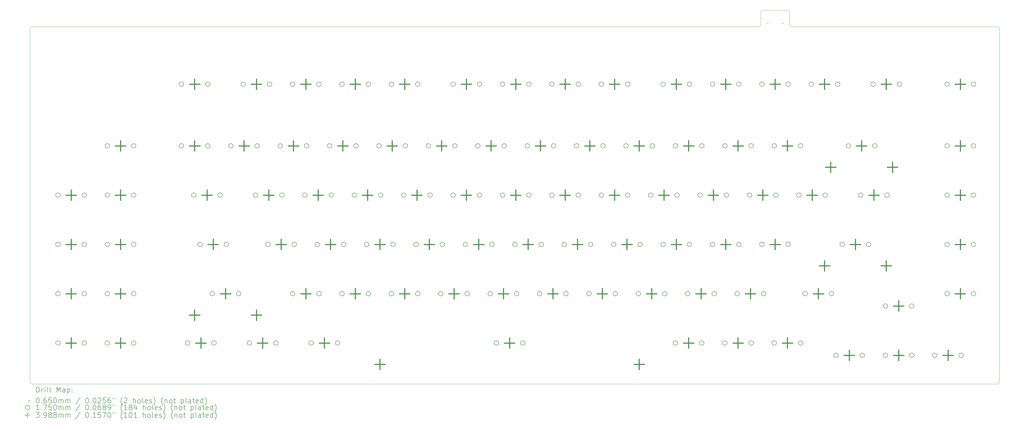
<source format=gbr>
%TF.GenerationSoftware,KiCad,Pcbnew,(6.0.11)*%
%TF.CreationDate,2023-03-01T19:49:17+07:00*%
%TF.ProjectId,QCK,51434b2e-6b69-4636-9164-5f7063625858,rev?*%
%TF.SameCoordinates,Original*%
%TF.FileFunction,Drillmap*%
%TF.FilePolarity,Positive*%
%FSLAX45Y45*%
G04 Gerber Fmt 4.5, Leading zero omitted, Abs format (unit mm)*
G04 Created by KiCad (PCBNEW (6.0.11)) date 2023-03-01 19:49:17*
%MOMM*%
%LPD*%
G01*
G04 APERTURE LIST*
%ADD10C,0.100000*%
%ADD11C,0.200000*%
%ADD12C,0.065000*%
%ADD13C,0.175000*%
%ADD14C,0.398780*%
G04 APERTURE END LIST*
D10*
X28257250Y635255D02*
G75*
G03*
X28177875Y555876I10J-79385D01*
G01*
X-250Y-13731624D02*
X-250Y-79124D01*
X-250Y-13731624D02*
G75*
G03*
X79125Y-13810999I79376J1D01*
G01*
X28098500Y245D02*
G75*
G03*
X28177875Y79626I-10J79385D01*
G01*
X37306000Y-13810995D02*
G75*
G03*
X37385375Y-13731624I10J79365D01*
G01*
X79125Y251D02*
G75*
G03*
X-250Y-79124I7J-79382D01*
G01*
X79125Y251D02*
X28098500Y251D01*
X29368500Y251D02*
X37306000Y251D01*
X28177875Y79626D02*
X28177875Y555876D01*
X37385371Y-79124D02*
G75*
G03*
X37306000Y251I-79371J4D01*
G01*
X29289125Y555876D02*
X29289125Y79626D01*
X29289121Y79626D02*
G75*
G03*
X29368500Y251I79369J-6D01*
G01*
X37305998Y-13810999D02*
X79123Y-13810999D01*
X37385375Y-79124D02*
X37385375Y-13731624D01*
X28257250Y635251D02*
X29209750Y635251D01*
X29289121Y555876D02*
G75*
G03*
X29209750Y635251I-79371J4D01*
G01*
D11*
D12*
X28412000Y169626D02*
X28477000Y104626D01*
X28477000Y169626D02*
X28412000Y104626D01*
X28990000Y169626D02*
X29055000Y104626D01*
X29055000Y169626D02*
X28990000Y104626D01*
D13*
X1166750Y-6508499D02*
G75*
G03*
X1166750Y-6508499I-87500J0D01*
G01*
X1166750Y-8413499D02*
G75*
G03*
X1166750Y-8413499I-87500J0D01*
G01*
X1166750Y-10318499D02*
G75*
G03*
X1166750Y-10318499I-87500J0D01*
G01*
X1166750Y-12223499D02*
G75*
G03*
X1166750Y-12223499I-87500J0D01*
G01*
X2182750Y-6508499D02*
G75*
G03*
X2182750Y-6508499I-87500J0D01*
G01*
X2182750Y-8413499D02*
G75*
G03*
X2182750Y-8413499I-87500J0D01*
G01*
X2182750Y-10318499D02*
G75*
G03*
X2182750Y-10318499I-87500J0D01*
G01*
X2182750Y-12223499D02*
G75*
G03*
X2182750Y-12223499I-87500J0D01*
G01*
X3071750Y-4603499D02*
G75*
G03*
X3071750Y-4603499I-87500J0D01*
G01*
X3071750Y-6508499D02*
G75*
G03*
X3071750Y-6508499I-87500J0D01*
G01*
X3071750Y-8413499D02*
G75*
G03*
X3071750Y-8413499I-87500J0D01*
G01*
X3071750Y-10318499D02*
G75*
G03*
X3071750Y-10318499I-87500J0D01*
G01*
X3071750Y-12223499D02*
G75*
G03*
X3071750Y-12223499I-87500J0D01*
G01*
X4087750Y-4603499D02*
G75*
G03*
X4087750Y-4603499I-87500J0D01*
G01*
X4087750Y-6508499D02*
G75*
G03*
X4087750Y-6508499I-87500J0D01*
G01*
X4087750Y-8413499D02*
G75*
G03*
X4087750Y-8413499I-87500J0D01*
G01*
X4087750Y-10318499D02*
G75*
G03*
X4087750Y-10318499I-87500J0D01*
G01*
X4087750Y-12223499D02*
G75*
G03*
X4087750Y-12223499I-87500J0D01*
G01*
X5929250Y-2222249D02*
G75*
G03*
X5929250Y-2222249I-87500J0D01*
G01*
X5929250Y-4603499D02*
G75*
G03*
X5929250Y-4603499I-87500J0D01*
G01*
X6167375Y-12223499D02*
G75*
G03*
X6167375Y-12223499I-87500J0D01*
G01*
X6405500Y-6508499D02*
G75*
G03*
X6405500Y-6508499I-87500J0D01*
G01*
X6643625Y-8413499D02*
G75*
G03*
X6643625Y-8413499I-87500J0D01*
G01*
X6945250Y-2222249D02*
G75*
G03*
X6945250Y-2222249I-87500J0D01*
G01*
X6945250Y-4603499D02*
G75*
G03*
X6945250Y-4603499I-87500J0D01*
G01*
X7119875Y-10318499D02*
G75*
G03*
X7119875Y-10318499I-87500J0D01*
G01*
X7183375Y-12223499D02*
G75*
G03*
X7183375Y-12223499I-87500J0D01*
G01*
X7421500Y-6508499D02*
G75*
G03*
X7421500Y-6508499I-87500J0D01*
G01*
X7659625Y-8413499D02*
G75*
G03*
X7659625Y-8413499I-87500J0D01*
G01*
X7834250Y-4603499D02*
G75*
G03*
X7834250Y-4603499I-87500J0D01*
G01*
X8135875Y-10318499D02*
G75*
G03*
X8135875Y-10318499I-87500J0D01*
G01*
X8310500Y-2222249D02*
G75*
G03*
X8310500Y-2222249I-87500J0D01*
G01*
X8548625Y-12223499D02*
G75*
G03*
X8548625Y-12223499I-87500J0D01*
G01*
X8786750Y-6508499D02*
G75*
G03*
X8786750Y-6508499I-87500J0D01*
G01*
X8850250Y-4603499D02*
G75*
G03*
X8850250Y-4603499I-87500J0D01*
G01*
X9263000Y-8413499D02*
G75*
G03*
X9263000Y-8413499I-87500J0D01*
G01*
X9326500Y-2222249D02*
G75*
G03*
X9326500Y-2222249I-87500J0D01*
G01*
X9564625Y-12223499D02*
G75*
G03*
X9564625Y-12223499I-87500J0D01*
G01*
X9739250Y-4603499D02*
G75*
G03*
X9739250Y-4603499I-87500J0D01*
G01*
X9802750Y-6508499D02*
G75*
G03*
X9802750Y-6508499I-87500J0D01*
G01*
X10215500Y-2222249D02*
G75*
G03*
X10215500Y-2222249I-87500J0D01*
G01*
X10215500Y-10318499D02*
G75*
G03*
X10215500Y-10318499I-87500J0D01*
G01*
X10279000Y-8413499D02*
G75*
G03*
X10279000Y-8413499I-87500J0D01*
G01*
X10691750Y-6508499D02*
G75*
G03*
X10691750Y-6508499I-87500J0D01*
G01*
X10755250Y-4603499D02*
G75*
G03*
X10755250Y-4603499I-87500J0D01*
G01*
X10929875Y-12223499D02*
G75*
G03*
X10929875Y-12223499I-87500J0D01*
G01*
X11168000Y-8413499D02*
G75*
G03*
X11168000Y-8413499I-87500J0D01*
G01*
X11231500Y-2222249D02*
G75*
G03*
X11231500Y-2222249I-87500J0D01*
G01*
X11231500Y-10318499D02*
G75*
G03*
X11231500Y-10318499I-87500J0D01*
G01*
X11644250Y-4603499D02*
G75*
G03*
X11644250Y-4603499I-87500J0D01*
G01*
X11707750Y-6508499D02*
G75*
G03*
X11707750Y-6508499I-87500J0D01*
G01*
X11945875Y-12223499D02*
G75*
G03*
X11945875Y-12223499I-87500J0D01*
G01*
X12120500Y-2222249D02*
G75*
G03*
X12120500Y-2222249I-87500J0D01*
G01*
X12120500Y-10318499D02*
G75*
G03*
X12120500Y-10318499I-87500J0D01*
G01*
X12184000Y-8413499D02*
G75*
G03*
X12184000Y-8413499I-87500J0D01*
G01*
X12596750Y-6508499D02*
G75*
G03*
X12596750Y-6508499I-87500J0D01*
G01*
X12660250Y-4603499D02*
G75*
G03*
X12660250Y-4603499I-87500J0D01*
G01*
X13073000Y-8413499D02*
G75*
G03*
X13073000Y-8413499I-87500J0D01*
G01*
X13136500Y-2222249D02*
G75*
G03*
X13136500Y-2222249I-87500J0D01*
G01*
X13136500Y-10318499D02*
G75*
G03*
X13136500Y-10318499I-87500J0D01*
G01*
X13549250Y-4603499D02*
G75*
G03*
X13549250Y-4603499I-87500J0D01*
G01*
X13612750Y-6508499D02*
G75*
G03*
X13612750Y-6508499I-87500J0D01*
G01*
X14025500Y-2222249D02*
G75*
G03*
X14025500Y-2222249I-87500J0D01*
G01*
X14025500Y-10318499D02*
G75*
G03*
X14025500Y-10318499I-87500J0D01*
G01*
X14089000Y-8413499D02*
G75*
G03*
X14089000Y-8413499I-87500J0D01*
G01*
X14501750Y-6508499D02*
G75*
G03*
X14501750Y-6508499I-87500J0D01*
G01*
X14565250Y-4603499D02*
G75*
G03*
X14565250Y-4603499I-87500J0D01*
G01*
X14978000Y-8413499D02*
G75*
G03*
X14978000Y-8413499I-87500J0D01*
G01*
X15041500Y-2222249D02*
G75*
G03*
X15041500Y-2222249I-87500J0D01*
G01*
X15041500Y-10318499D02*
G75*
G03*
X15041500Y-10318499I-87500J0D01*
G01*
X15454250Y-4603499D02*
G75*
G03*
X15454250Y-4603499I-87500J0D01*
G01*
X15517750Y-6508499D02*
G75*
G03*
X15517750Y-6508499I-87500J0D01*
G01*
X15930500Y-10318499D02*
G75*
G03*
X15930500Y-10318499I-87500J0D01*
G01*
X15994000Y-8413499D02*
G75*
G03*
X15994000Y-8413499I-87500J0D01*
G01*
X16406750Y-2222249D02*
G75*
G03*
X16406750Y-2222249I-87500J0D01*
G01*
X16406750Y-6508499D02*
G75*
G03*
X16406750Y-6508499I-87500J0D01*
G01*
X16470250Y-4603499D02*
G75*
G03*
X16470250Y-4603499I-87500J0D01*
G01*
X16883000Y-8413499D02*
G75*
G03*
X16883000Y-8413499I-87500J0D01*
G01*
X16946500Y-10318499D02*
G75*
G03*
X16946500Y-10318499I-87500J0D01*
G01*
X17359250Y-4603499D02*
G75*
G03*
X17359250Y-4603499I-87500J0D01*
G01*
X17422750Y-2222249D02*
G75*
G03*
X17422750Y-2222249I-87500J0D01*
G01*
X17422750Y-6508499D02*
G75*
G03*
X17422750Y-6508499I-87500J0D01*
G01*
X17835500Y-10318499D02*
G75*
G03*
X17835500Y-10318499I-87500J0D01*
G01*
X17899000Y-8413499D02*
G75*
G03*
X17899000Y-8413499I-87500J0D01*
G01*
X18073625Y-12223499D02*
G75*
G03*
X18073625Y-12223499I-87500J0D01*
G01*
X18311750Y-2222249D02*
G75*
G03*
X18311750Y-2222249I-87500J0D01*
G01*
X18311750Y-6508499D02*
G75*
G03*
X18311750Y-6508499I-87500J0D01*
G01*
X18375250Y-4603499D02*
G75*
G03*
X18375250Y-4603499I-87500J0D01*
G01*
X18788000Y-8413499D02*
G75*
G03*
X18788000Y-8413499I-87500J0D01*
G01*
X18851500Y-10318499D02*
G75*
G03*
X18851500Y-10318499I-87500J0D01*
G01*
X19089625Y-12223499D02*
G75*
G03*
X19089625Y-12223499I-87500J0D01*
G01*
X19264250Y-4603499D02*
G75*
G03*
X19264250Y-4603499I-87500J0D01*
G01*
X19327750Y-2222249D02*
G75*
G03*
X19327750Y-2222249I-87500J0D01*
G01*
X19327750Y-6508499D02*
G75*
G03*
X19327750Y-6508499I-87500J0D01*
G01*
X19740500Y-10318499D02*
G75*
G03*
X19740500Y-10318499I-87500J0D01*
G01*
X19804000Y-8413499D02*
G75*
G03*
X19804000Y-8413499I-87500J0D01*
G01*
X20216750Y-2222249D02*
G75*
G03*
X20216750Y-2222249I-87500J0D01*
G01*
X20216750Y-6508499D02*
G75*
G03*
X20216750Y-6508499I-87500J0D01*
G01*
X20280250Y-4603499D02*
G75*
G03*
X20280250Y-4603499I-87500J0D01*
G01*
X20693000Y-8413499D02*
G75*
G03*
X20693000Y-8413499I-87500J0D01*
G01*
X20756500Y-10318499D02*
G75*
G03*
X20756500Y-10318499I-87500J0D01*
G01*
X21169250Y-4603499D02*
G75*
G03*
X21169250Y-4603499I-87500J0D01*
G01*
X21232750Y-2222249D02*
G75*
G03*
X21232750Y-2222249I-87500J0D01*
G01*
X21232750Y-6508499D02*
G75*
G03*
X21232750Y-6508499I-87500J0D01*
G01*
X21645500Y-10318499D02*
G75*
G03*
X21645500Y-10318499I-87500J0D01*
G01*
X21709000Y-8413499D02*
G75*
G03*
X21709000Y-8413499I-87500J0D01*
G01*
X22121750Y-2222249D02*
G75*
G03*
X22121750Y-2222249I-87500J0D01*
G01*
X22121750Y-6508499D02*
G75*
G03*
X22121750Y-6508499I-87500J0D01*
G01*
X22185250Y-4603499D02*
G75*
G03*
X22185250Y-4603499I-87500J0D01*
G01*
X22598000Y-8413499D02*
G75*
G03*
X22598000Y-8413499I-87500J0D01*
G01*
X22661500Y-10318499D02*
G75*
G03*
X22661500Y-10318499I-87500J0D01*
G01*
X23074250Y-4603499D02*
G75*
G03*
X23074250Y-4603499I-87500J0D01*
G01*
X23137750Y-2222249D02*
G75*
G03*
X23137750Y-2222249I-87500J0D01*
G01*
X23137750Y-6508499D02*
G75*
G03*
X23137750Y-6508499I-87500J0D01*
G01*
X23550500Y-10318499D02*
G75*
G03*
X23550500Y-10318499I-87500J0D01*
G01*
X23614000Y-8413499D02*
G75*
G03*
X23614000Y-8413499I-87500J0D01*
G01*
X24026750Y-6508499D02*
G75*
G03*
X24026750Y-6508499I-87500J0D01*
G01*
X24090250Y-4603499D02*
G75*
G03*
X24090250Y-4603499I-87500J0D01*
G01*
X24503000Y-2222249D02*
G75*
G03*
X24503000Y-2222249I-87500J0D01*
G01*
X24503000Y-8413499D02*
G75*
G03*
X24503000Y-8413499I-87500J0D01*
G01*
X24566500Y-10318499D02*
G75*
G03*
X24566500Y-10318499I-87500J0D01*
G01*
X24979250Y-4603499D02*
G75*
G03*
X24979250Y-4603499I-87500J0D01*
G01*
X24979250Y-12223499D02*
G75*
G03*
X24979250Y-12223499I-87500J0D01*
G01*
X25042750Y-6508499D02*
G75*
G03*
X25042750Y-6508499I-87500J0D01*
G01*
X25455500Y-10318499D02*
G75*
G03*
X25455500Y-10318499I-87500J0D01*
G01*
X25519000Y-2222249D02*
G75*
G03*
X25519000Y-2222249I-87500J0D01*
G01*
X25519000Y-8413499D02*
G75*
G03*
X25519000Y-8413499I-87500J0D01*
G01*
X25931750Y-6508499D02*
G75*
G03*
X25931750Y-6508499I-87500J0D01*
G01*
X25995250Y-4603499D02*
G75*
G03*
X25995250Y-4603499I-87500J0D01*
G01*
X25995250Y-12223499D02*
G75*
G03*
X25995250Y-12223499I-87500J0D01*
G01*
X26408000Y-2222249D02*
G75*
G03*
X26408000Y-2222249I-87500J0D01*
G01*
X26408000Y-8413499D02*
G75*
G03*
X26408000Y-8413499I-87500J0D01*
G01*
X26471500Y-10318499D02*
G75*
G03*
X26471500Y-10318499I-87500J0D01*
G01*
X26884250Y-4603499D02*
G75*
G03*
X26884250Y-4603499I-87500J0D01*
G01*
X26884250Y-12223499D02*
G75*
G03*
X26884250Y-12223499I-87500J0D01*
G01*
X26947750Y-6508499D02*
G75*
G03*
X26947750Y-6508499I-87500J0D01*
G01*
X27360500Y-10318499D02*
G75*
G03*
X27360500Y-10318499I-87500J0D01*
G01*
X27424000Y-2222249D02*
G75*
G03*
X27424000Y-2222249I-87500J0D01*
G01*
X27424000Y-8413499D02*
G75*
G03*
X27424000Y-8413499I-87500J0D01*
G01*
X27836750Y-6508499D02*
G75*
G03*
X27836750Y-6508499I-87500J0D01*
G01*
X27900250Y-4603499D02*
G75*
G03*
X27900250Y-4603499I-87500J0D01*
G01*
X27900250Y-12223499D02*
G75*
G03*
X27900250Y-12223499I-87500J0D01*
G01*
X28313000Y-2222249D02*
G75*
G03*
X28313000Y-2222249I-87500J0D01*
G01*
X28313000Y-8413499D02*
G75*
G03*
X28313000Y-8413499I-87500J0D01*
G01*
X28376500Y-10318499D02*
G75*
G03*
X28376500Y-10318499I-87500J0D01*
G01*
X28789250Y-4603499D02*
G75*
G03*
X28789250Y-4603499I-87500J0D01*
G01*
X28789250Y-12223499D02*
G75*
G03*
X28789250Y-12223499I-87500J0D01*
G01*
X28852750Y-6508499D02*
G75*
G03*
X28852750Y-6508499I-87500J0D01*
G01*
X29329000Y-2222249D02*
G75*
G03*
X29329000Y-2222249I-87500J0D01*
G01*
X29329000Y-8413499D02*
G75*
G03*
X29329000Y-8413499I-87500J0D01*
G01*
X29741750Y-6508499D02*
G75*
G03*
X29741750Y-6508499I-87500J0D01*
G01*
X29805250Y-4603499D02*
G75*
G03*
X29805250Y-4603499I-87500J0D01*
G01*
X29805250Y-12223499D02*
G75*
G03*
X29805250Y-12223499I-87500J0D01*
G01*
X29979875Y-10318499D02*
G75*
G03*
X29979875Y-10318499I-87500J0D01*
G01*
X30218000Y-2222249D02*
G75*
G03*
X30218000Y-2222249I-87500J0D01*
G01*
X30757750Y-6508499D02*
G75*
G03*
X30757750Y-6508499I-87500J0D01*
G01*
X30995875Y-10318499D02*
G75*
G03*
X30995875Y-10318499I-87500J0D01*
G01*
X31170500Y-12699749D02*
G75*
G03*
X31170500Y-12699749I-87500J0D01*
G01*
X31234000Y-2222249D02*
G75*
G03*
X31234000Y-2222249I-87500J0D01*
G01*
X31408625Y-8413499D02*
G75*
G03*
X31408625Y-8413499I-87500J0D01*
G01*
X31646750Y-4603499D02*
G75*
G03*
X31646750Y-4603499I-87500J0D01*
G01*
X32123000Y-6508499D02*
G75*
G03*
X32123000Y-6508499I-87500J0D01*
G01*
X32186500Y-12699749D02*
G75*
G03*
X32186500Y-12699749I-87500J0D01*
G01*
X32424625Y-8413499D02*
G75*
G03*
X32424625Y-8413499I-87500J0D01*
G01*
X32599250Y-2222249D02*
G75*
G03*
X32599250Y-2222249I-87500J0D01*
G01*
X32662750Y-4603499D02*
G75*
G03*
X32662750Y-4603499I-87500J0D01*
G01*
X33075500Y-10794749D02*
G75*
G03*
X33075500Y-10794749I-87500J0D01*
G01*
X33075500Y-12699749D02*
G75*
G03*
X33075500Y-12699749I-87500J0D01*
G01*
X33139000Y-6508499D02*
G75*
G03*
X33139000Y-6508499I-87500J0D01*
G01*
X33615250Y-2222249D02*
G75*
G03*
X33615250Y-2222249I-87500J0D01*
G01*
X34091500Y-10794749D02*
G75*
G03*
X34091500Y-10794749I-87500J0D01*
G01*
X34091500Y-12699749D02*
G75*
G03*
X34091500Y-12699749I-87500J0D01*
G01*
X34980500Y-12699749D02*
G75*
G03*
X34980500Y-12699749I-87500J0D01*
G01*
X35456750Y-2222249D02*
G75*
G03*
X35456750Y-2222249I-87500J0D01*
G01*
X35456750Y-4603499D02*
G75*
G03*
X35456750Y-4603499I-87500J0D01*
G01*
X35456750Y-6508499D02*
G75*
G03*
X35456750Y-6508499I-87500J0D01*
G01*
X35456750Y-8413499D02*
G75*
G03*
X35456750Y-8413499I-87500J0D01*
G01*
X35456750Y-10318499D02*
G75*
G03*
X35456750Y-10318499I-87500J0D01*
G01*
X35996500Y-12699749D02*
G75*
G03*
X35996500Y-12699749I-87500J0D01*
G01*
X36472750Y-2222249D02*
G75*
G03*
X36472750Y-2222249I-87500J0D01*
G01*
X36472750Y-4603499D02*
G75*
G03*
X36472750Y-4603499I-87500J0D01*
G01*
X36472750Y-6508499D02*
G75*
G03*
X36472750Y-6508499I-87500J0D01*
G01*
X36472750Y-8413499D02*
G75*
G03*
X36472750Y-8413499I-87500J0D01*
G01*
X36472750Y-10318499D02*
G75*
G03*
X36472750Y-10318499I-87500J0D01*
G01*
D14*
X1587250Y-6309109D02*
X1587250Y-6707889D01*
X1387860Y-6508499D02*
X1786640Y-6508499D01*
X1587250Y-8214109D02*
X1587250Y-8612889D01*
X1387860Y-8413499D02*
X1786640Y-8413499D01*
X1587250Y-10119109D02*
X1587250Y-10517889D01*
X1387860Y-10318499D02*
X1786640Y-10318499D01*
X1587250Y-12024109D02*
X1587250Y-12422889D01*
X1387860Y-12223499D02*
X1786640Y-12223499D01*
X3492250Y-4404109D02*
X3492250Y-4802889D01*
X3292860Y-4603499D02*
X3691640Y-4603499D01*
X3492250Y-4404109D02*
X3492250Y-4802889D01*
X3292860Y-4603499D02*
X3691640Y-4603499D01*
X3492250Y-6309109D02*
X3492250Y-6707889D01*
X3292860Y-6508499D02*
X3691640Y-6508499D01*
X3492250Y-8214109D02*
X3492250Y-8612889D01*
X3292860Y-8413499D02*
X3691640Y-8413499D01*
X3492250Y-10119109D02*
X3492250Y-10517889D01*
X3292860Y-10318499D02*
X3691640Y-10318499D01*
X3492250Y-12024109D02*
X3492250Y-12422889D01*
X3292860Y-12223499D02*
X3691640Y-12223499D01*
X6349750Y-2022859D02*
X6349750Y-2421639D01*
X6150360Y-2222249D02*
X6549140Y-2222249D01*
X6349750Y-4404109D02*
X6349750Y-4802889D01*
X6150360Y-4603499D02*
X6549140Y-4603499D01*
X6349750Y-10944609D02*
X6349750Y-11343389D01*
X6150360Y-11143999D02*
X6549140Y-11143999D01*
X6587875Y-12024109D02*
X6587875Y-12422889D01*
X6388485Y-12223499D02*
X6787265Y-12223499D01*
X6826000Y-6309109D02*
X6826000Y-6707889D01*
X6626610Y-6508499D02*
X7025390Y-6508499D01*
X7064125Y-8214109D02*
X7064125Y-8612889D01*
X6864735Y-8413499D02*
X7263515Y-8413499D01*
X7540375Y-10119109D02*
X7540375Y-10517889D01*
X7340985Y-10318499D02*
X7739765Y-10318499D01*
X8254750Y-4404109D02*
X8254750Y-4802889D01*
X8055360Y-4603499D02*
X8454140Y-4603499D01*
X8731000Y-2022859D02*
X8731000Y-2421639D01*
X8531610Y-2222249D02*
X8930390Y-2222249D01*
X8731000Y-10944609D02*
X8731000Y-11343389D01*
X8531610Y-11143999D02*
X8930390Y-11143999D01*
X8969125Y-12024109D02*
X8969125Y-12422889D01*
X8769735Y-12223499D02*
X9168515Y-12223499D01*
X9207250Y-6309109D02*
X9207250Y-6707889D01*
X9007860Y-6508499D02*
X9406640Y-6508499D01*
X9683500Y-8214109D02*
X9683500Y-8612889D01*
X9484110Y-8413499D02*
X9882890Y-8413499D01*
X10159750Y-4404109D02*
X10159750Y-4802889D01*
X9960360Y-4603499D02*
X10359140Y-4603499D01*
X10636000Y-2022859D02*
X10636000Y-2421639D01*
X10436610Y-2222249D02*
X10835390Y-2222249D01*
X10636000Y-10119109D02*
X10636000Y-10517889D01*
X10436610Y-10318499D02*
X10835390Y-10318499D01*
X11112250Y-6309109D02*
X11112250Y-6707889D01*
X10912860Y-6508499D02*
X11311640Y-6508499D01*
X11350375Y-12024109D02*
X11350375Y-12422889D01*
X11150985Y-12223499D02*
X11549765Y-12223499D01*
X11588500Y-8214109D02*
X11588500Y-8612889D01*
X11389110Y-8413499D02*
X11787890Y-8413499D01*
X12064750Y-4404109D02*
X12064750Y-4802889D01*
X11865360Y-4603499D02*
X12264140Y-4603499D01*
X12541000Y-2022859D02*
X12541000Y-2421639D01*
X12341610Y-2222249D02*
X12740390Y-2222249D01*
X12541000Y-10119109D02*
X12541000Y-10517889D01*
X12341610Y-10318499D02*
X12740390Y-10318499D01*
X13017250Y-6309109D02*
X13017250Y-6707889D01*
X12817860Y-6508499D02*
X13216640Y-6508499D01*
X13493500Y-8214109D02*
X13493500Y-8612889D01*
X13294110Y-8413499D02*
X13692890Y-8413499D01*
X13493500Y-12849609D02*
X13493500Y-13248389D01*
X13294110Y-13048999D02*
X13692890Y-13048999D01*
X13969750Y-4404109D02*
X13969750Y-4802889D01*
X13770360Y-4603499D02*
X14169140Y-4603499D01*
X14446000Y-2022859D02*
X14446000Y-2421639D01*
X14246610Y-2222249D02*
X14645390Y-2222249D01*
X14446000Y-10119109D02*
X14446000Y-10517889D01*
X14246610Y-10318499D02*
X14645390Y-10318499D01*
X14922250Y-6309109D02*
X14922250Y-6707889D01*
X14722860Y-6508499D02*
X15121640Y-6508499D01*
X15398500Y-8214109D02*
X15398500Y-8612889D01*
X15199110Y-8413499D02*
X15597890Y-8413499D01*
X15874750Y-4404109D02*
X15874750Y-4802889D01*
X15675360Y-4603499D02*
X16074140Y-4603499D01*
X16351000Y-10119109D02*
X16351000Y-10517889D01*
X16151610Y-10318499D02*
X16550390Y-10318499D01*
X16827250Y-2022859D02*
X16827250Y-2421639D01*
X16627860Y-2222249D02*
X17026640Y-2222249D01*
X16827250Y-6309109D02*
X16827250Y-6707889D01*
X16627860Y-6508499D02*
X17026640Y-6508499D01*
X17303500Y-8214109D02*
X17303500Y-8612889D01*
X17104110Y-8413499D02*
X17502890Y-8413499D01*
X17779750Y-4404109D02*
X17779750Y-4802889D01*
X17580360Y-4603499D02*
X17979140Y-4603499D01*
X18256000Y-10119109D02*
X18256000Y-10517889D01*
X18056610Y-10318499D02*
X18455390Y-10318499D01*
X18494125Y-12024109D02*
X18494125Y-12422889D01*
X18294735Y-12223499D02*
X18693515Y-12223499D01*
X18732250Y-2022859D02*
X18732250Y-2421639D01*
X18532860Y-2222249D02*
X18931640Y-2222249D01*
X18732250Y-6309109D02*
X18732250Y-6707889D01*
X18532860Y-6508499D02*
X18931640Y-6508499D01*
X19208500Y-8214109D02*
X19208500Y-8612889D01*
X19009110Y-8413499D02*
X19407890Y-8413499D01*
X19684750Y-4404109D02*
X19684750Y-4802889D01*
X19485360Y-4603499D02*
X19884140Y-4603499D01*
X20161000Y-10119109D02*
X20161000Y-10517889D01*
X19961610Y-10318499D02*
X20360390Y-10318499D01*
X20637250Y-2022859D02*
X20637250Y-2421639D01*
X20437860Y-2222249D02*
X20836640Y-2222249D01*
X20637250Y-6309109D02*
X20637250Y-6707889D01*
X20437860Y-6508499D02*
X20836640Y-6508499D01*
X21113500Y-8214109D02*
X21113500Y-8612889D01*
X20914110Y-8413499D02*
X21312890Y-8413499D01*
X21589750Y-4404109D02*
X21589750Y-4802889D01*
X21390360Y-4603499D02*
X21789140Y-4603499D01*
X22066000Y-10119109D02*
X22066000Y-10517889D01*
X21866610Y-10318499D02*
X22265390Y-10318499D01*
X22542250Y-2022859D02*
X22542250Y-2421639D01*
X22342860Y-2222249D02*
X22741640Y-2222249D01*
X22542250Y-6309109D02*
X22542250Y-6707889D01*
X22342860Y-6508499D02*
X22741640Y-6508499D01*
X23018500Y-8214109D02*
X23018500Y-8612889D01*
X22819110Y-8413499D02*
X23217890Y-8413499D01*
X23494750Y-4404109D02*
X23494750Y-4802889D01*
X23295360Y-4603499D02*
X23694140Y-4603499D01*
X23494750Y-12849609D02*
X23494750Y-13248389D01*
X23295360Y-13048999D02*
X23694140Y-13048999D01*
X23971000Y-10119109D02*
X23971000Y-10517889D01*
X23771610Y-10318499D02*
X24170390Y-10318499D01*
X24447250Y-6309109D02*
X24447250Y-6707889D01*
X24247860Y-6508499D02*
X24646640Y-6508499D01*
X24923500Y-2022859D02*
X24923500Y-2421639D01*
X24724110Y-2222249D02*
X25122890Y-2222249D01*
X24923500Y-8214109D02*
X24923500Y-8612889D01*
X24724110Y-8413499D02*
X25122890Y-8413499D01*
X25399750Y-4404109D02*
X25399750Y-4802889D01*
X25200360Y-4603499D02*
X25599140Y-4603499D01*
X25399750Y-12024109D02*
X25399750Y-12422889D01*
X25200360Y-12223499D02*
X25599140Y-12223499D01*
X25876000Y-10119109D02*
X25876000Y-10517889D01*
X25676610Y-10318499D02*
X26075390Y-10318499D01*
X26352250Y-6309109D02*
X26352250Y-6707889D01*
X26152860Y-6508499D02*
X26551640Y-6508499D01*
X26828500Y-2022859D02*
X26828500Y-2421639D01*
X26629110Y-2222249D02*
X27027890Y-2222249D01*
X26828500Y-8214109D02*
X26828500Y-8612889D01*
X26629110Y-8413499D02*
X27027890Y-8413499D01*
X27304750Y-4404109D02*
X27304750Y-4802889D01*
X27105360Y-4603499D02*
X27504140Y-4603499D01*
X27304750Y-12024109D02*
X27304750Y-12422889D01*
X27105360Y-12223499D02*
X27504140Y-12223499D01*
X27781000Y-10119109D02*
X27781000Y-10517889D01*
X27581610Y-10318499D02*
X27980390Y-10318499D01*
X28257250Y-6309109D02*
X28257250Y-6707889D01*
X28057860Y-6508499D02*
X28456640Y-6508499D01*
X28733500Y-2022859D02*
X28733500Y-2421639D01*
X28534110Y-2222249D02*
X28932890Y-2222249D01*
X28733500Y-8214109D02*
X28733500Y-8612889D01*
X28534110Y-8413499D02*
X28932890Y-8413499D01*
X29209750Y-4404109D02*
X29209750Y-4802889D01*
X29010360Y-4603499D02*
X29409140Y-4603499D01*
X29209750Y-12024109D02*
X29209750Y-12422889D01*
X29010360Y-12223499D02*
X29409140Y-12223499D01*
X30162250Y-6309109D02*
X30162250Y-6707889D01*
X29962860Y-6508499D02*
X30361640Y-6508499D01*
X30400375Y-10119109D02*
X30400375Y-10517889D01*
X30200985Y-10318499D02*
X30599765Y-10318499D01*
X30638500Y-2022859D02*
X30638500Y-2421639D01*
X30439110Y-2222249D02*
X30837890Y-2222249D01*
X30638500Y-9039609D02*
X30638500Y-9438389D01*
X30439110Y-9238999D02*
X30837890Y-9238999D01*
X30876625Y-5229609D02*
X30876625Y-5628389D01*
X30677235Y-5428999D02*
X31076015Y-5428999D01*
X31591000Y-12500359D02*
X31591000Y-12899139D01*
X31391610Y-12699749D02*
X31790390Y-12699749D01*
X31829125Y-8214109D02*
X31829125Y-8612889D01*
X31629735Y-8413499D02*
X32028515Y-8413499D01*
X32067250Y-4404109D02*
X32067250Y-4802889D01*
X31867860Y-4603499D02*
X32266640Y-4603499D01*
X32543500Y-6309109D02*
X32543500Y-6707889D01*
X32344110Y-6508499D02*
X32742890Y-6508499D01*
X33019750Y-2022859D02*
X33019750Y-2421639D01*
X32820360Y-2222249D02*
X33219140Y-2222249D01*
X33019750Y-9039609D02*
X33019750Y-9438389D01*
X32820360Y-9238999D02*
X33219140Y-9238999D01*
X33257875Y-5229609D02*
X33257875Y-5628389D01*
X33058485Y-5428999D02*
X33457265Y-5428999D01*
X33496000Y-10595359D02*
X33496000Y-10994139D01*
X33296610Y-10794749D02*
X33695390Y-10794749D01*
X33496000Y-12500359D02*
X33496000Y-12899139D01*
X33296610Y-12699749D02*
X33695390Y-12699749D01*
X35401000Y-12500359D02*
X35401000Y-12899139D01*
X35201610Y-12699749D02*
X35600390Y-12699749D01*
X35877250Y-2022859D02*
X35877250Y-2421639D01*
X35677860Y-2222249D02*
X36076640Y-2222249D01*
X35877250Y-4404109D02*
X35877250Y-4802889D01*
X35677860Y-4603499D02*
X36076640Y-4603499D01*
X35877250Y-6309109D02*
X35877250Y-6707889D01*
X35677860Y-6508499D02*
X36076640Y-6508499D01*
X35877250Y-8214109D02*
X35877250Y-8612889D01*
X35677860Y-8413499D02*
X36076640Y-8413499D01*
X35877250Y-10119109D02*
X35877250Y-10517889D01*
X35677860Y-10318499D02*
X36076640Y-10318499D01*
D11*
X252369Y-14126475D02*
X252369Y-13926475D01*
X299988Y-13926475D01*
X328560Y-13935999D01*
X347607Y-13955047D01*
X357131Y-13974094D01*
X366655Y-14012190D01*
X366655Y-14040761D01*
X357131Y-14078856D01*
X347607Y-14097904D01*
X328560Y-14116952D01*
X299988Y-14126475D01*
X252369Y-14126475D01*
X452369Y-14126475D02*
X452369Y-13993142D01*
X452369Y-14031237D02*
X461893Y-14012190D01*
X471417Y-14002666D01*
X490464Y-13993142D01*
X509512Y-13993142D01*
X576179Y-14126475D02*
X576179Y-13993142D01*
X576179Y-13926475D02*
X566655Y-13935999D01*
X576179Y-13945523D01*
X585702Y-13935999D01*
X576179Y-13926475D01*
X576179Y-13945523D01*
X699988Y-14126475D02*
X680940Y-14116952D01*
X671417Y-14097904D01*
X671417Y-13926475D01*
X804750Y-14126475D02*
X785702Y-14116952D01*
X776178Y-14097904D01*
X776178Y-13926475D01*
X1033321Y-14126475D02*
X1033321Y-13926475D01*
X1099988Y-14069333D01*
X1166655Y-13926475D01*
X1166655Y-14126475D01*
X1347607Y-14126475D02*
X1347607Y-14021713D01*
X1338083Y-14002666D01*
X1319036Y-13993142D01*
X1280940Y-13993142D01*
X1261893Y-14002666D01*
X1347607Y-14116952D02*
X1328560Y-14126475D01*
X1280940Y-14126475D01*
X1261893Y-14116952D01*
X1252369Y-14097904D01*
X1252369Y-14078856D01*
X1261893Y-14059809D01*
X1280940Y-14050285D01*
X1328560Y-14050285D01*
X1347607Y-14040761D01*
X1442845Y-13993142D02*
X1442845Y-14193142D01*
X1442845Y-14002666D02*
X1461893Y-13993142D01*
X1499988Y-13993142D01*
X1519036Y-14002666D01*
X1528559Y-14012190D01*
X1538083Y-14031237D01*
X1538083Y-14088380D01*
X1528559Y-14107428D01*
X1519036Y-14116952D01*
X1499988Y-14126475D01*
X1461893Y-14126475D01*
X1442845Y-14116952D01*
X1623798Y-14107428D02*
X1633321Y-14116952D01*
X1623798Y-14126475D01*
X1614274Y-14116952D01*
X1623798Y-14107428D01*
X1623798Y-14126475D01*
X1623798Y-14002666D02*
X1633321Y-14012190D01*
X1623798Y-14021713D01*
X1614274Y-14012190D01*
X1623798Y-14002666D01*
X1623798Y-14021713D01*
D12*
X-70250Y-14423499D02*
X-5250Y-14488499D01*
X-5250Y-14423499D02*
X-70250Y-14488499D01*
D11*
X290464Y-14346475D02*
X309512Y-14346475D01*
X328560Y-14355999D01*
X338083Y-14365523D01*
X347607Y-14384571D01*
X357131Y-14422666D01*
X357131Y-14470285D01*
X347607Y-14508380D01*
X338083Y-14527428D01*
X328560Y-14536952D01*
X309512Y-14546475D01*
X290464Y-14546475D01*
X271417Y-14536952D01*
X261893Y-14527428D01*
X252369Y-14508380D01*
X242845Y-14470285D01*
X242845Y-14422666D01*
X252369Y-14384571D01*
X261893Y-14365523D01*
X271417Y-14355999D01*
X290464Y-14346475D01*
X442845Y-14527428D02*
X452369Y-14536952D01*
X442845Y-14546475D01*
X433321Y-14536952D01*
X442845Y-14527428D01*
X442845Y-14546475D01*
X623798Y-14346475D02*
X585702Y-14346475D01*
X566655Y-14355999D01*
X557131Y-14365523D01*
X538083Y-14394094D01*
X528560Y-14432190D01*
X528560Y-14508380D01*
X538083Y-14527428D01*
X547607Y-14536952D01*
X566655Y-14546475D01*
X604750Y-14546475D01*
X623798Y-14536952D01*
X633321Y-14527428D01*
X642845Y-14508380D01*
X642845Y-14460761D01*
X633321Y-14441713D01*
X623798Y-14432190D01*
X604750Y-14422666D01*
X566655Y-14422666D01*
X547607Y-14432190D01*
X538083Y-14441713D01*
X528560Y-14460761D01*
X823798Y-14346475D02*
X728559Y-14346475D01*
X719036Y-14441713D01*
X728559Y-14432190D01*
X747607Y-14422666D01*
X795226Y-14422666D01*
X814274Y-14432190D01*
X823798Y-14441713D01*
X833321Y-14460761D01*
X833321Y-14508380D01*
X823798Y-14527428D01*
X814274Y-14536952D01*
X795226Y-14546475D01*
X747607Y-14546475D01*
X728559Y-14536952D01*
X719036Y-14527428D01*
X957131Y-14346475D02*
X976178Y-14346475D01*
X995226Y-14355999D01*
X1004750Y-14365523D01*
X1014274Y-14384571D01*
X1023798Y-14422666D01*
X1023798Y-14470285D01*
X1014274Y-14508380D01*
X1004750Y-14527428D01*
X995226Y-14536952D01*
X976178Y-14546475D01*
X957131Y-14546475D01*
X938083Y-14536952D01*
X928559Y-14527428D01*
X919036Y-14508380D01*
X909512Y-14470285D01*
X909512Y-14422666D01*
X919036Y-14384571D01*
X928559Y-14365523D01*
X938083Y-14355999D01*
X957131Y-14346475D01*
X1109512Y-14546475D02*
X1109512Y-14413142D01*
X1109512Y-14432190D02*
X1119036Y-14422666D01*
X1138083Y-14413142D01*
X1166655Y-14413142D01*
X1185702Y-14422666D01*
X1195226Y-14441713D01*
X1195226Y-14546475D01*
X1195226Y-14441713D02*
X1204750Y-14422666D01*
X1223798Y-14413142D01*
X1252369Y-14413142D01*
X1271417Y-14422666D01*
X1280940Y-14441713D01*
X1280940Y-14546475D01*
X1376179Y-14546475D02*
X1376179Y-14413142D01*
X1376179Y-14432190D02*
X1385702Y-14422666D01*
X1404750Y-14413142D01*
X1433321Y-14413142D01*
X1452369Y-14422666D01*
X1461893Y-14441713D01*
X1461893Y-14546475D01*
X1461893Y-14441713D02*
X1471417Y-14422666D01*
X1490464Y-14413142D01*
X1519036Y-14413142D01*
X1538083Y-14422666D01*
X1547607Y-14441713D01*
X1547607Y-14546475D01*
X1938083Y-14336952D02*
X1766655Y-14594094D01*
X2195226Y-14346475D02*
X2214274Y-14346475D01*
X2233321Y-14355999D01*
X2242845Y-14365523D01*
X2252369Y-14384571D01*
X2261893Y-14422666D01*
X2261893Y-14470285D01*
X2252369Y-14508380D01*
X2242845Y-14527428D01*
X2233321Y-14536952D01*
X2214274Y-14546475D01*
X2195226Y-14546475D01*
X2176179Y-14536952D01*
X2166655Y-14527428D01*
X2157131Y-14508380D01*
X2147607Y-14470285D01*
X2147607Y-14422666D01*
X2157131Y-14384571D01*
X2166655Y-14365523D01*
X2176179Y-14355999D01*
X2195226Y-14346475D01*
X2347607Y-14527428D02*
X2357131Y-14536952D01*
X2347607Y-14546475D01*
X2338083Y-14536952D01*
X2347607Y-14527428D01*
X2347607Y-14546475D01*
X2480940Y-14346475D02*
X2499988Y-14346475D01*
X2519036Y-14355999D01*
X2528560Y-14365523D01*
X2538083Y-14384571D01*
X2547607Y-14422666D01*
X2547607Y-14470285D01*
X2538083Y-14508380D01*
X2528560Y-14527428D01*
X2519036Y-14536952D01*
X2499988Y-14546475D01*
X2480940Y-14546475D01*
X2461893Y-14536952D01*
X2452369Y-14527428D01*
X2442845Y-14508380D01*
X2433321Y-14470285D01*
X2433321Y-14422666D01*
X2442845Y-14384571D01*
X2452369Y-14365523D01*
X2461893Y-14355999D01*
X2480940Y-14346475D01*
X2623798Y-14365523D02*
X2633321Y-14355999D01*
X2652369Y-14346475D01*
X2699988Y-14346475D01*
X2719036Y-14355999D01*
X2728560Y-14365523D01*
X2738083Y-14384571D01*
X2738083Y-14403618D01*
X2728560Y-14432190D01*
X2614274Y-14546475D01*
X2738083Y-14546475D01*
X2919036Y-14346475D02*
X2823798Y-14346475D01*
X2814274Y-14441713D01*
X2823798Y-14432190D01*
X2842845Y-14422666D01*
X2890464Y-14422666D01*
X2909512Y-14432190D01*
X2919036Y-14441713D01*
X2928559Y-14460761D01*
X2928559Y-14508380D01*
X2919036Y-14527428D01*
X2909512Y-14536952D01*
X2890464Y-14546475D01*
X2842845Y-14546475D01*
X2823798Y-14536952D01*
X2814274Y-14527428D01*
X3099988Y-14346475D02*
X3061893Y-14346475D01*
X3042845Y-14355999D01*
X3033321Y-14365523D01*
X3014274Y-14394094D01*
X3004750Y-14432190D01*
X3004750Y-14508380D01*
X3014274Y-14527428D01*
X3023798Y-14536952D01*
X3042845Y-14546475D01*
X3080940Y-14546475D01*
X3099988Y-14536952D01*
X3109512Y-14527428D01*
X3119036Y-14508380D01*
X3119036Y-14460761D01*
X3109512Y-14441713D01*
X3099988Y-14432190D01*
X3080940Y-14422666D01*
X3042845Y-14422666D01*
X3023798Y-14432190D01*
X3014274Y-14441713D01*
X3004750Y-14460761D01*
X3195226Y-14346475D02*
X3195226Y-14384571D01*
X3271417Y-14346475D02*
X3271417Y-14384571D01*
X3566655Y-14622666D02*
X3557131Y-14613142D01*
X3538083Y-14584571D01*
X3528559Y-14565523D01*
X3519036Y-14536952D01*
X3509512Y-14489333D01*
X3509512Y-14451237D01*
X3519036Y-14403618D01*
X3528559Y-14375047D01*
X3538083Y-14355999D01*
X3557131Y-14327428D01*
X3566655Y-14317904D01*
X3633321Y-14365523D02*
X3642845Y-14355999D01*
X3661893Y-14346475D01*
X3709512Y-14346475D01*
X3728559Y-14355999D01*
X3738083Y-14365523D01*
X3747607Y-14384571D01*
X3747607Y-14403618D01*
X3738083Y-14432190D01*
X3623798Y-14546475D01*
X3747607Y-14546475D01*
X3985702Y-14546475D02*
X3985702Y-14346475D01*
X4071417Y-14546475D02*
X4071417Y-14441713D01*
X4061893Y-14422666D01*
X4042845Y-14413142D01*
X4014274Y-14413142D01*
X3995226Y-14422666D01*
X3985702Y-14432190D01*
X4195226Y-14546475D02*
X4176178Y-14536952D01*
X4166655Y-14527428D01*
X4157131Y-14508380D01*
X4157131Y-14451237D01*
X4166655Y-14432190D01*
X4176178Y-14422666D01*
X4195226Y-14413142D01*
X4223798Y-14413142D01*
X4242845Y-14422666D01*
X4252369Y-14432190D01*
X4261893Y-14451237D01*
X4261893Y-14508380D01*
X4252369Y-14527428D01*
X4242845Y-14536952D01*
X4223798Y-14546475D01*
X4195226Y-14546475D01*
X4376179Y-14546475D02*
X4357131Y-14536952D01*
X4347607Y-14517904D01*
X4347607Y-14346475D01*
X4528560Y-14536952D02*
X4509512Y-14546475D01*
X4471417Y-14546475D01*
X4452369Y-14536952D01*
X4442845Y-14517904D01*
X4442845Y-14441713D01*
X4452369Y-14422666D01*
X4471417Y-14413142D01*
X4509512Y-14413142D01*
X4528560Y-14422666D01*
X4538083Y-14441713D01*
X4538083Y-14460761D01*
X4442845Y-14479809D01*
X4614274Y-14536952D02*
X4633321Y-14546475D01*
X4671417Y-14546475D01*
X4690464Y-14536952D01*
X4699988Y-14517904D01*
X4699988Y-14508380D01*
X4690464Y-14489333D01*
X4671417Y-14479809D01*
X4642845Y-14479809D01*
X4623798Y-14470285D01*
X4614274Y-14451237D01*
X4614274Y-14441713D01*
X4623798Y-14422666D01*
X4642845Y-14413142D01*
X4671417Y-14413142D01*
X4690464Y-14422666D01*
X4766655Y-14622666D02*
X4776179Y-14613142D01*
X4795226Y-14584571D01*
X4804750Y-14565523D01*
X4814274Y-14536952D01*
X4823798Y-14489333D01*
X4823798Y-14451237D01*
X4814274Y-14403618D01*
X4804750Y-14375047D01*
X4795226Y-14355999D01*
X4776179Y-14327428D01*
X4766655Y-14317904D01*
X5128560Y-14622666D02*
X5119036Y-14613142D01*
X5099988Y-14584571D01*
X5090464Y-14565523D01*
X5080940Y-14536952D01*
X5071417Y-14489333D01*
X5071417Y-14451237D01*
X5080940Y-14403618D01*
X5090464Y-14375047D01*
X5099988Y-14355999D01*
X5119036Y-14327428D01*
X5128560Y-14317904D01*
X5204750Y-14413142D02*
X5204750Y-14546475D01*
X5204750Y-14432190D02*
X5214274Y-14422666D01*
X5233321Y-14413142D01*
X5261893Y-14413142D01*
X5280940Y-14422666D01*
X5290464Y-14441713D01*
X5290464Y-14546475D01*
X5414274Y-14546475D02*
X5395226Y-14536952D01*
X5385702Y-14527428D01*
X5376179Y-14508380D01*
X5376179Y-14451237D01*
X5385702Y-14432190D01*
X5395226Y-14422666D01*
X5414274Y-14413142D01*
X5442845Y-14413142D01*
X5461893Y-14422666D01*
X5471417Y-14432190D01*
X5480940Y-14451237D01*
X5480940Y-14508380D01*
X5471417Y-14527428D01*
X5461893Y-14536952D01*
X5442845Y-14546475D01*
X5414274Y-14546475D01*
X5538083Y-14413142D02*
X5614274Y-14413142D01*
X5566655Y-14346475D02*
X5566655Y-14517904D01*
X5576179Y-14536952D01*
X5595226Y-14546475D01*
X5614274Y-14546475D01*
X5833321Y-14413142D02*
X5833321Y-14613142D01*
X5833321Y-14422666D02*
X5852369Y-14413142D01*
X5890464Y-14413142D01*
X5909512Y-14422666D01*
X5919036Y-14432190D01*
X5928559Y-14451237D01*
X5928559Y-14508380D01*
X5919036Y-14527428D01*
X5909512Y-14536952D01*
X5890464Y-14546475D01*
X5852369Y-14546475D01*
X5833321Y-14536952D01*
X6042845Y-14546475D02*
X6023798Y-14536952D01*
X6014274Y-14517904D01*
X6014274Y-14346475D01*
X6204750Y-14546475D02*
X6204750Y-14441713D01*
X6195226Y-14422666D01*
X6176178Y-14413142D01*
X6138083Y-14413142D01*
X6119036Y-14422666D01*
X6204750Y-14536952D02*
X6185702Y-14546475D01*
X6138083Y-14546475D01*
X6119036Y-14536952D01*
X6109512Y-14517904D01*
X6109512Y-14498856D01*
X6119036Y-14479809D01*
X6138083Y-14470285D01*
X6185702Y-14470285D01*
X6204750Y-14460761D01*
X6271417Y-14413142D02*
X6347607Y-14413142D01*
X6299988Y-14346475D02*
X6299988Y-14517904D01*
X6309512Y-14536952D01*
X6328559Y-14546475D01*
X6347607Y-14546475D01*
X6490464Y-14536952D02*
X6471417Y-14546475D01*
X6433321Y-14546475D01*
X6414274Y-14536952D01*
X6404750Y-14517904D01*
X6404750Y-14441713D01*
X6414274Y-14422666D01*
X6433321Y-14413142D01*
X6471417Y-14413142D01*
X6490464Y-14422666D01*
X6499988Y-14441713D01*
X6499988Y-14460761D01*
X6404750Y-14479809D01*
X6671417Y-14546475D02*
X6671417Y-14346475D01*
X6671417Y-14536952D02*
X6652369Y-14546475D01*
X6614274Y-14546475D01*
X6595226Y-14536952D01*
X6585702Y-14527428D01*
X6576178Y-14508380D01*
X6576178Y-14451237D01*
X6585702Y-14432190D01*
X6595226Y-14422666D01*
X6614274Y-14413142D01*
X6652369Y-14413142D01*
X6671417Y-14422666D01*
X6747607Y-14622666D02*
X6757131Y-14613142D01*
X6776178Y-14584571D01*
X6785702Y-14565523D01*
X6795226Y-14536952D01*
X6804750Y-14489333D01*
X6804750Y-14451237D01*
X6795226Y-14403618D01*
X6785702Y-14375047D01*
X6776178Y-14355999D01*
X6757131Y-14327428D01*
X6747607Y-14317904D01*
D13*
X-5250Y-14719999D02*
G75*
G03*
X-5250Y-14719999I-87500J0D01*
G01*
D11*
X357131Y-14810475D02*
X242845Y-14810475D01*
X299988Y-14810475D02*
X299988Y-14610475D01*
X280940Y-14639047D01*
X261893Y-14658094D01*
X242845Y-14667618D01*
X442845Y-14791428D02*
X452369Y-14800952D01*
X442845Y-14810475D01*
X433321Y-14800952D01*
X442845Y-14791428D01*
X442845Y-14810475D01*
X519036Y-14610475D02*
X652369Y-14610475D01*
X566655Y-14810475D01*
X823798Y-14610475D02*
X728559Y-14610475D01*
X719036Y-14705713D01*
X728559Y-14696190D01*
X747607Y-14686666D01*
X795226Y-14686666D01*
X814274Y-14696190D01*
X823798Y-14705713D01*
X833321Y-14724761D01*
X833321Y-14772380D01*
X823798Y-14791428D01*
X814274Y-14800952D01*
X795226Y-14810475D01*
X747607Y-14810475D01*
X728559Y-14800952D01*
X719036Y-14791428D01*
X957131Y-14610475D02*
X976178Y-14610475D01*
X995226Y-14619999D01*
X1004750Y-14629523D01*
X1014274Y-14648571D01*
X1023798Y-14686666D01*
X1023798Y-14734285D01*
X1014274Y-14772380D01*
X1004750Y-14791428D01*
X995226Y-14800952D01*
X976178Y-14810475D01*
X957131Y-14810475D01*
X938083Y-14800952D01*
X928559Y-14791428D01*
X919036Y-14772380D01*
X909512Y-14734285D01*
X909512Y-14686666D01*
X919036Y-14648571D01*
X928559Y-14629523D01*
X938083Y-14619999D01*
X957131Y-14610475D01*
X1109512Y-14810475D02*
X1109512Y-14677142D01*
X1109512Y-14696190D02*
X1119036Y-14686666D01*
X1138083Y-14677142D01*
X1166655Y-14677142D01*
X1185702Y-14686666D01*
X1195226Y-14705713D01*
X1195226Y-14810475D01*
X1195226Y-14705713D02*
X1204750Y-14686666D01*
X1223798Y-14677142D01*
X1252369Y-14677142D01*
X1271417Y-14686666D01*
X1280940Y-14705713D01*
X1280940Y-14810475D01*
X1376179Y-14810475D02*
X1376179Y-14677142D01*
X1376179Y-14696190D02*
X1385702Y-14686666D01*
X1404750Y-14677142D01*
X1433321Y-14677142D01*
X1452369Y-14686666D01*
X1461893Y-14705713D01*
X1461893Y-14810475D01*
X1461893Y-14705713D02*
X1471417Y-14686666D01*
X1490464Y-14677142D01*
X1519036Y-14677142D01*
X1538083Y-14686666D01*
X1547607Y-14705713D01*
X1547607Y-14810475D01*
X1938083Y-14600952D02*
X1766655Y-14858094D01*
X2195226Y-14610475D02*
X2214274Y-14610475D01*
X2233321Y-14619999D01*
X2242845Y-14629523D01*
X2252369Y-14648571D01*
X2261893Y-14686666D01*
X2261893Y-14734285D01*
X2252369Y-14772380D01*
X2242845Y-14791428D01*
X2233321Y-14800952D01*
X2214274Y-14810475D01*
X2195226Y-14810475D01*
X2176179Y-14800952D01*
X2166655Y-14791428D01*
X2157131Y-14772380D01*
X2147607Y-14734285D01*
X2147607Y-14686666D01*
X2157131Y-14648571D01*
X2166655Y-14629523D01*
X2176179Y-14619999D01*
X2195226Y-14610475D01*
X2347607Y-14791428D02*
X2357131Y-14800952D01*
X2347607Y-14810475D01*
X2338083Y-14800952D01*
X2347607Y-14791428D01*
X2347607Y-14810475D01*
X2480940Y-14610475D02*
X2499988Y-14610475D01*
X2519036Y-14619999D01*
X2528560Y-14629523D01*
X2538083Y-14648571D01*
X2547607Y-14686666D01*
X2547607Y-14734285D01*
X2538083Y-14772380D01*
X2528560Y-14791428D01*
X2519036Y-14800952D01*
X2499988Y-14810475D01*
X2480940Y-14810475D01*
X2461893Y-14800952D01*
X2452369Y-14791428D01*
X2442845Y-14772380D01*
X2433321Y-14734285D01*
X2433321Y-14686666D01*
X2442845Y-14648571D01*
X2452369Y-14629523D01*
X2461893Y-14619999D01*
X2480940Y-14610475D01*
X2719036Y-14610475D02*
X2680940Y-14610475D01*
X2661893Y-14619999D01*
X2652369Y-14629523D01*
X2633321Y-14658094D01*
X2623798Y-14696190D01*
X2623798Y-14772380D01*
X2633321Y-14791428D01*
X2642845Y-14800952D01*
X2661893Y-14810475D01*
X2699988Y-14810475D01*
X2719036Y-14800952D01*
X2728560Y-14791428D01*
X2738083Y-14772380D01*
X2738083Y-14724761D01*
X2728560Y-14705713D01*
X2719036Y-14696190D01*
X2699988Y-14686666D01*
X2661893Y-14686666D01*
X2642845Y-14696190D01*
X2633321Y-14705713D01*
X2623798Y-14724761D01*
X2852369Y-14696190D02*
X2833321Y-14686666D01*
X2823798Y-14677142D01*
X2814274Y-14658094D01*
X2814274Y-14648571D01*
X2823798Y-14629523D01*
X2833321Y-14619999D01*
X2852369Y-14610475D01*
X2890464Y-14610475D01*
X2909512Y-14619999D01*
X2919036Y-14629523D01*
X2928559Y-14648571D01*
X2928559Y-14658094D01*
X2919036Y-14677142D01*
X2909512Y-14686666D01*
X2890464Y-14696190D01*
X2852369Y-14696190D01*
X2833321Y-14705713D01*
X2823798Y-14715237D01*
X2814274Y-14734285D01*
X2814274Y-14772380D01*
X2823798Y-14791428D01*
X2833321Y-14800952D01*
X2852369Y-14810475D01*
X2890464Y-14810475D01*
X2909512Y-14800952D01*
X2919036Y-14791428D01*
X2928559Y-14772380D01*
X2928559Y-14734285D01*
X2919036Y-14715237D01*
X2909512Y-14705713D01*
X2890464Y-14696190D01*
X3023798Y-14810475D02*
X3061893Y-14810475D01*
X3080940Y-14800952D01*
X3090464Y-14791428D01*
X3109512Y-14762856D01*
X3119036Y-14724761D01*
X3119036Y-14648571D01*
X3109512Y-14629523D01*
X3099988Y-14619999D01*
X3080940Y-14610475D01*
X3042845Y-14610475D01*
X3023798Y-14619999D01*
X3014274Y-14629523D01*
X3004750Y-14648571D01*
X3004750Y-14696190D01*
X3014274Y-14715237D01*
X3023798Y-14724761D01*
X3042845Y-14734285D01*
X3080940Y-14734285D01*
X3099988Y-14724761D01*
X3109512Y-14715237D01*
X3119036Y-14696190D01*
X3195226Y-14610475D02*
X3195226Y-14648571D01*
X3271417Y-14610475D02*
X3271417Y-14648571D01*
X3566655Y-14886666D02*
X3557131Y-14877142D01*
X3538083Y-14848571D01*
X3528559Y-14829523D01*
X3519036Y-14800952D01*
X3509512Y-14753333D01*
X3509512Y-14715237D01*
X3519036Y-14667618D01*
X3528559Y-14639047D01*
X3538083Y-14619999D01*
X3557131Y-14591428D01*
X3566655Y-14581904D01*
X3747607Y-14810475D02*
X3633321Y-14810475D01*
X3690464Y-14810475D02*
X3690464Y-14610475D01*
X3671417Y-14639047D01*
X3652369Y-14658094D01*
X3633321Y-14667618D01*
X3861893Y-14696190D02*
X3842845Y-14686666D01*
X3833321Y-14677142D01*
X3823798Y-14658094D01*
X3823798Y-14648571D01*
X3833321Y-14629523D01*
X3842845Y-14619999D01*
X3861893Y-14610475D01*
X3899988Y-14610475D01*
X3919036Y-14619999D01*
X3928559Y-14629523D01*
X3938083Y-14648571D01*
X3938083Y-14658094D01*
X3928559Y-14677142D01*
X3919036Y-14686666D01*
X3899988Y-14696190D01*
X3861893Y-14696190D01*
X3842845Y-14705713D01*
X3833321Y-14715237D01*
X3823798Y-14734285D01*
X3823798Y-14772380D01*
X3833321Y-14791428D01*
X3842845Y-14800952D01*
X3861893Y-14810475D01*
X3899988Y-14810475D01*
X3919036Y-14800952D01*
X3928559Y-14791428D01*
X3938083Y-14772380D01*
X3938083Y-14734285D01*
X3928559Y-14715237D01*
X3919036Y-14705713D01*
X3899988Y-14696190D01*
X4109512Y-14677142D02*
X4109512Y-14810475D01*
X4061893Y-14600952D02*
X4014274Y-14743809D01*
X4138083Y-14743809D01*
X4366655Y-14810475D02*
X4366655Y-14610475D01*
X4452369Y-14810475D02*
X4452369Y-14705713D01*
X4442845Y-14686666D01*
X4423798Y-14677142D01*
X4395226Y-14677142D01*
X4376179Y-14686666D01*
X4366655Y-14696190D01*
X4576179Y-14810475D02*
X4557131Y-14800952D01*
X4547607Y-14791428D01*
X4538083Y-14772380D01*
X4538083Y-14715237D01*
X4547607Y-14696190D01*
X4557131Y-14686666D01*
X4576179Y-14677142D01*
X4604750Y-14677142D01*
X4623798Y-14686666D01*
X4633321Y-14696190D01*
X4642845Y-14715237D01*
X4642845Y-14772380D01*
X4633321Y-14791428D01*
X4623798Y-14800952D01*
X4604750Y-14810475D01*
X4576179Y-14810475D01*
X4757131Y-14810475D02*
X4738083Y-14800952D01*
X4728560Y-14781904D01*
X4728560Y-14610475D01*
X4909512Y-14800952D02*
X4890464Y-14810475D01*
X4852369Y-14810475D01*
X4833321Y-14800952D01*
X4823798Y-14781904D01*
X4823798Y-14705713D01*
X4833321Y-14686666D01*
X4852369Y-14677142D01*
X4890464Y-14677142D01*
X4909512Y-14686666D01*
X4919036Y-14705713D01*
X4919036Y-14724761D01*
X4823798Y-14743809D01*
X4995226Y-14800952D02*
X5014274Y-14810475D01*
X5052369Y-14810475D01*
X5071417Y-14800952D01*
X5080940Y-14781904D01*
X5080940Y-14772380D01*
X5071417Y-14753333D01*
X5052369Y-14743809D01*
X5023798Y-14743809D01*
X5004750Y-14734285D01*
X4995226Y-14715237D01*
X4995226Y-14705713D01*
X5004750Y-14686666D01*
X5023798Y-14677142D01*
X5052369Y-14677142D01*
X5071417Y-14686666D01*
X5147607Y-14886666D02*
X5157131Y-14877142D01*
X5176179Y-14848571D01*
X5185702Y-14829523D01*
X5195226Y-14800952D01*
X5204750Y-14753333D01*
X5204750Y-14715237D01*
X5195226Y-14667618D01*
X5185702Y-14639047D01*
X5176179Y-14619999D01*
X5157131Y-14591428D01*
X5147607Y-14581904D01*
X5509512Y-14886666D02*
X5499988Y-14877142D01*
X5480940Y-14848571D01*
X5471417Y-14829523D01*
X5461893Y-14800952D01*
X5452369Y-14753333D01*
X5452369Y-14715237D01*
X5461893Y-14667618D01*
X5471417Y-14639047D01*
X5480940Y-14619999D01*
X5499988Y-14591428D01*
X5509512Y-14581904D01*
X5585702Y-14677142D02*
X5585702Y-14810475D01*
X5585702Y-14696190D02*
X5595226Y-14686666D01*
X5614274Y-14677142D01*
X5642845Y-14677142D01*
X5661893Y-14686666D01*
X5671417Y-14705713D01*
X5671417Y-14810475D01*
X5795226Y-14810475D02*
X5776178Y-14800952D01*
X5766655Y-14791428D01*
X5757131Y-14772380D01*
X5757131Y-14715237D01*
X5766655Y-14696190D01*
X5776178Y-14686666D01*
X5795226Y-14677142D01*
X5823798Y-14677142D01*
X5842845Y-14686666D01*
X5852369Y-14696190D01*
X5861893Y-14715237D01*
X5861893Y-14772380D01*
X5852369Y-14791428D01*
X5842845Y-14800952D01*
X5823798Y-14810475D01*
X5795226Y-14810475D01*
X5919036Y-14677142D02*
X5995226Y-14677142D01*
X5947607Y-14610475D02*
X5947607Y-14781904D01*
X5957131Y-14800952D01*
X5976178Y-14810475D01*
X5995226Y-14810475D01*
X6214274Y-14677142D02*
X6214274Y-14877142D01*
X6214274Y-14686666D02*
X6233321Y-14677142D01*
X6271417Y-14677142D01*
X6290464Y-14686666D01*
X6299988Y-14696190D01*
X6309512Y-14715237D01*
X6309512Y-14772380D01*
X6299988Y-14791428D01*
X6290464Y-14800952D01*
X6271417Y-14810475D01*
X6233321Y-14810475D01*
X6214274Y-14800952D01*
X6423798Y-14810475D02*
X6404750Y-14800952D01*
X6395226Y-14781904D01*
X6395226Y-14610475D01*
X6585702Y-14810475D02*
X6585702Y-14705713D01*
X6576178Y-14686666D01*
X6557131Y-14677142D01*
X6519036Y-14677142D01*
X6499988Y-14686666D01*
X6585702Y-14800952D02*
X6566655Y-14810475D01*
X6519036Y-14810475D01*
X6499988Y-14800952D01*
X6490464Y-14781904D01*
X6490464Y-14762856D01*
X6499988Y-14743809D01*
X6519036Y-14734285D01*
X6566655Y-14734285D01*
X6585702Y-14724761D01*
X6652369Y-14677142D02*
X6728559Y-14677142D01*
X6680940Y-14610475D02*
X6680940Y-14781904D01*
X6690464Y-14800952D01*
X6709512Y-14810475D01*
X6728559Y-14810475D01*
X6871417Y-14800952D02*
X6852369Y-14810475D01*
X6814274Y-14810475D01*
X6795226Y-14800952D01*
X6785702Y-14781904D01*
X6785702Y-14705713D01*
X6795226Y-14686666D01*
X6814274Y-14677142D01*
X6852369Y-14677142D01*
X6871417Y-14686666D01*
X6880940Y-14705713D01*
X6880940Y-14724761D01*
X6785702Y-14743809D01*
X7052369Y-14810475D02*
X7052369Y-14610475D01*
X7052369Y-14800952D02*
X7033321Y-14810475D01*
X6995226Y-14810475D01*
X6976178Y-14800952D01*
X6966655Y-14791428D01*
X6957131Y-14772380D01*
X6957131Y-14715237D01*
X6966655Y-14696190D01*
X6976178Y-14686666D01*
X6995226Y-14677142D01*
X7033321Y-14677142D01*
X7052369Y-14686666D01*
X7128559Y-14886666D02*
X7138083Y-14877142D01*
X7157131Y-14848571D01*
X7166655Y-14829523D01*
X7176178Y-14800952D01*
X7185702Y-14753333D01*
X7185702Y-14715237D01*
X7176178Y-14667618D01*
X7166655Y-14639047D01*
X7157131Y-14619999D01*
X7138083Y-14591428D01*
X7128559Y-14581904D01*
X-105250Y-14914999D02*
X-105250Y-15114999D01*
X-205250Y-15014999D02*
X-5250Y-15014999D01*
X233321Y-14905475D02*
X357131Y-14905475D01*
X290464Y-14981666D01*
X319036Y-14981666D01*
X338083Y-14991190D01*
X347607Y-15000713D01*
X357131Y-15019761D01*
X357131Y-15067380D01*
X347607Y-15086428D01*
X338083Y-15095952D01*
X319036Y-15105475D01*
X261893Y-15105475D01*
X242845Y-15095952D01*
X233321Y-15086428D01*
X442845Y-15086428D02*
X452369Y-15095952D01*
X442845Y-15105475D01*
X433321Y-15095952D01*
X442845Y-15086428D01*
X442845Y-15105475D01*
X547607Y-15105475D02*
X585702Y-15105475D01*
X604750Y-15095952D01*
X614274Y-15086428D01*
X633321Y-15057856D01*
X642845Y-15019761D01*
X642845Y-14943571D01*
X633321Y-14924523D01*
X623798Y-14914999D01*
X604750Y-14905475D01*
X566655Y-14905475D01*
X547607Y-14914999D01*
X538083Y-14924523D01*
X528560Y-14943571D01*
X528560Y-14991190D01*
X538083Y-15010237D01*
X547607Y-15019761D01*
X566655Y-15029285D01*
X604750Y-15029285D01*
X623798Y-15019761D01*
X633321Y-15010237D01*
X642845Y-14991190D01*
X757131Y-14991190D02*
X738083Y-14981666D01*
X728559Y-14972142D01*
X719036Y-14953094D01*
X719036Y-14943571D01*
X728559Y-14924523D01*
X738083Y-14914999D01*
X757131Y-14905475D01*
X795226Y-14905475D01*
X814274Y-14914999D01*
X823798Y-14924523D01*
X833321Y-14943571D01*
X833321Y-14953094D01*
X823798Y-14972142D01*
X814274Y-14981666D01*
X795226Y-14991190D01*
X757131Y-14991190D01*
X738083Y-15000713D01*
X728559Y-15010237D01*
X719036Y-15029285D01*
X719036Y-15067380D01*
X728559Y-15086428D01*
X738083Y-15095952D01*
X757131Y-15105475D01*
X795226Y-15105475D01*
X814274Y-15095952D01*
X823798Y-15086428D01*
X833321Y-15067380D01*
X833321Y-15029285D01*
X823798Y-15010237D01*
X814274Y-15000713D01*
X795226Y-14991190D01*
X947607Y-14991190D02*
X928559Y-14981666D01*
X919036Y-14972142D01*
X909512Y-14953094D01*
X909512Y-14943571D01*
X919036Y-14924523D01*
X928559Y-14914999D01*
X947607Y-14905475D01*
X985702Y-14905475D01*
X1004750Y-14914999D01*
X1014274Y-14924523D01*
X1023798Y-14943571D01*
X1023798Y-14953094D01*
X1014274Y-14972142D01*
X1004750Y-14981666D01*
X985702Y-14991190D01*
X947607Y-14991190D01*
X928559Y-15000713D01*
X919036Y-15010237D01*
X909512Y-15029285D01*
X909512Y-15067380D01*
X919036Y-15086428D01*
X928559Y-15095952D01*
X947607Y-15105475D01*
X985702Y-15105475D01*
X1004750Y-15095952D01*
X1014274Y-15086428D01*
X1023798Y-15067380D01*
X1023798Y-15029285D01*
X1014274Y-15010237D01*
X1004750Y-15000713D01*
X985702Y-14991190D01*
X1109512Y-15105475D02*
X1109512Y-14972142D01*
X1109512Y-14991190D02*
X1119036Y-14981666D01*
X1138083Y-14972142D01*
X1166655Y-14972142D01*
X1185702Y-14981666D01*
X1195226Y-15000713D01*
X1195226Y-15105475D01*
X1195226Y-15000713D02*
X1204750Y-14981666D01*
X1223798Y-14972142D01*
X1252369Y-14972142D01*
X1271417Y-14981666D01*
X1280940Y-15000713D01*
X1280940Y-15105475D01*
X1376179Y-15105475D02*
X1376179Y-14972142D01*
X1376179Y-14991190D02*
X1385702Y-14981666D01*
X1404750Y-14972142D01*
X1433321Y-14972142D01*
X1452369Y-14981666D01*
X1461893Y-15000713D01*
X1461893Y-15105475D01*
X1461893Y-15000713D02*
X1471417Y-14981666D01*
X1490464Y-14972142D01*
X1519036Y-14972142D01*
X1538083Y-14981666D01*
X1547607Y-15000713D01*
X1547607Y-15105475D01*
X1938083Y-14895952D02*
X1766655Y-15153094D01*
X2195226Y-14905475D02*
X2214274Y-14905475D01*
X2233321Y-14914999D01*
X2242845Y-14924523D01*
X2252369Y-14943571D01*
X2261893Y-14981666D01*
X2261893Y-15029285D01*
X2252369Y-15067380D01*
X2242845Y-15086428D01*
X2233321Y-15095952D01*
X2214274Y-15105475D01*
X2195226Y-15105475D01*
X2176179Y-15095952D01*
X2166655Y-15086428D01*
X2157131Y-15067380D01*
X2147607Y-15029285D01*
X2147607Y-14981666D01*
X2157131Y-14943571D01*
X2166655Y-14924523D01*
X2176179Y-14914999D01*
X2195226Y-14905475D01*
X2347607Y-15086428D02*
X2357131Y-15095952D01*
X2347607Y-15105475D01*
X2338083Y-15095952D01*
X2347607Y-15086428D01*
X2347607Y-15105475D01*
X2547607Y-15105475D02*
X2433321Y-15105475D01*
X2490464Y-15105475D02*
X2490464Y-14905475D01*
X2471417Y-14934047D01*
X2452369Y-14953094D01*
X2433321Y-14962618D01*
X2728560Y-14905475D02*
X2633321Y-14905475D01*
X2623798Y-15000713D01*
X2633321Y-14991190D01*
X2652369Y-14981666D01*
X2699988Y-14981666D01*
X2719036Y-14991190D01*
X2728560Y-15000713D01*
X2738083Y-15019761D01*
X2738083Y-15067380D01*
X2728560Y-15086428D01*
X2719036Y-15095952D01*
X2699988Y-15105475D01*
X2652369Y-15105475D01*
X2633321Y-15095952D01*
X2623798Y-15086428D01*
X2804750Y-14905475D02*
X2938083Y-14905475D01*
X2852369Y-15105475D01*
X3052369Y-14905475D02*
X3071417Y-14905475D01*
X3090464Y-14914999D01*
X3099988Y-14924523D01*
X3109512Y-14943571D01*
X3119036Y-14981666D01*
X3119036Y-15029285D01*
X3109512Y-15067380D01*
X3099988Y-15086428D01*
X3090464Y-15095952D01*
X3071417Y-15105475D01*
X3052369Y-15105475D01*
X3033321Y-15095952D01*
X3023798Y-15086428D01*
X3014274Y-15067380D01*
X3004750Y-15029285D01*
X3004750Y-14981666D01*
X3014274Y-14943571D01*
X3023798Y-14924523D01*
X3033321Y-14914999D01*
X3052369Y-14905475D01*
X3195226Y-14905475D02*
X3195226Y-14943571D01*
X3271417Y-14905475D02*
X3271417Y-14943571D01*
X3566655Y-15181666D02*
X3557131Y-15172142D01*
X3538083Y-15143571D01*
X3528559Y-15124523D01*
X3519036Y-15095952D01*
X3509512Y-15048333D01*
X3509512Y-15010237D01*
X3519036Y-14962618D01*
X3528559Y-14934047D01*
X3538083Y-14914999D01*
X3557131Y-14886428D01*
X3566655Y-14876904D01*
X3747607Y-15105475D02*
X3633321Y-15105475D01*
X3690464Y-15105475D02*
X3690464Y-14905475D01*
X3671417Y-14934047D01*
X3652369Y-14953094D01*
X3633321Y-14962618D01*
X3871417Y-14905475D02*
X3890464Y-14905475D01*
X3909512Y-14914999D01*
X3919036Y-14924523D01*
X3928559Y-14943571D01*
X3938083Y-14981666D01*
X3938083Y-15029285D01*
X3928559Y-15067380D01*
X3919036Y-15086428D01*
X3909512Y-15095952D01*
X3890464Y-15105475D01*
X3871417Y-15105475D01*
X3852369Y-15095952D01*
X3842845Y-15086428D01*
X3833321Y-15067380D01*
X3823798Y-15029285D01*
X3823798Y-14981666D01*
X3833321Y-14943571D01*
X3842845Y-14924523D01*
X3852369Y-14914999D01*
X3871417Y-14905475D01*
X4128559Y-15105475D02*
X4014274Y-15105475D01*
X4071417Y-15105475D02*
X4071417Y-14905475D01*
X4052369Y-14934047D01*
X4033321Y-14953094D01*
X4014274Y-14962618D01*
X4366655Y-15105475D02*
X4366655Y-14905475D01*
X4452369Y-15105475D02*
X4452369Y-15000713D01*
X4442845Y-14981666D01*
X4423798Y-14972142D01*
X4395226Y-14972142D01*
X4376179Y-14981666D01*
X4366655Y-14991190D01*
X4576179Y-15105475D02*
X4557131Y-15095952D01*
X4547607Y-15086428D01*
X4538083Y-15067380D01*
X4538083Y-15010237D01*
X4547607Y-14991190D01*
X4557131Y-14981666D01*
X4576179Y-14972142D01*
X4604750Y-14972142D01*
X4623798Y-14981666D01*
X4633321Y-14991190D01*
X4642845Y-15010237D01*
X4642845Y-15067380D01*
X4633321Y-15086428D01*
X4623798Y-15095952D01*
X4604750Y-15105475D01*
X4576179Y-15105475D01*
X4757131Y-15105475D02*
X4738083Y-15095952D01*
X4728560Y-15076904D01*
X4728560Y-14905475D01*
X4909512Y-15095952D02*
X4890464Y-15105475D01*
X4852369Y-15105475D01*
X4833321Y-15095952D01*
X4823798Y-15076904D01*
X4823798Y-15000713D01*
X4833321Y-14981666D01*
X4852369Y-14972142D01*
X4890464Y-14972142D01*
X4909512Y-14981666D01*
X4919036Y-15000713D01*
X4919036Y-15019761D01*
X4823798Y-15038809D01*
X4995226Y-15095952D02*
X5014274Y-15105475D01*
X5052369Y-15105475D01*
X5071417Y-15095952D01*
X5080940Y-15076904D01*
X5080940Y-15067380D01*
X5071417Y-15048333D01*
X5052369Y-15038809D01*
X5023798Y-15038809D01*
X5004750Y-15029285D01*
X4995226Y-15010237D01*
X4995226Y-15000713D01*
X5004750Y-14981666D01*
X5023798Y-14972142D01*
X5052369Y-14972142D01*
X5071417Y-14981666D01*
X5147607Y-15181666D02*
X5157131Y-15172142D01*
X5176179Y-15143571D01*
X5185702Y-15124523D01*
X5195226Y-15095952D01*
X5204750Y-15048333D01*
X5204750Y-15010237D01*
X5195226Y-14962618D01*
X5185702Y-14934047D01*
X5176179Y-14914999D01*
X5157131Y-14886428D01*
X5147607Y-14876904D01*
X5509512Y-15181666D02*
X5499988Y-15172142D01*
X5480940Y-15143571D01*
X5471417Y-15124523D01*
X5461893Y-15095952D01*
X5452369Y-15048333D01*
X5452369Y-15010237D01*
X5461893Y-14962618D01*
X5471417Y-14934047D01*
X5480940Y-14914999D01*
X5499988Y-14886428D01*
X5509512Y-14876904D01*
X5585702Y-14972142D02*
X5585702Y-15105475D01*
X5585702Y-14991190D02*
X5595226Y-14981666D01*
X5614274Y-14972142D01*
X5642845Y-14972142D01*
X5661893Y-14981666D01*
X5671417Y-15000713D01*
X5671417Y-15105475D01*
X5795226Y-15105475D02*
X5776178Y-15095952D01*
X5766655Y-15086428D01*
X5757131Y-15067380D01*
X5757131Y-15010237D01*
X5766655Y-14991190D01*
X5776178Y-14981666D01*
X5795226Y-14972142D01*
X5823798Y-14972142D01*
X5842845Y-14981666D01*
X5852369Y-14991190D01*
X5861893Y-15010237D01*
X5861893Y-15067380D01*
X5852369Y-15086428D01*
X5842845Y-15095952D01*
X5823798Y-15105475D01*
X5795226Y-15105475D01*
X5919036Y-14972142D02*
X5995226Y-14972142D01*
X5947607Y-14905475D02*
X5947607Y-15076904D01*
X5957131Y-15095952D01*
X5976178Y-15105475D01*
X5995226Y-15105475D01*
X6214274Y-14972142D02*
X6214274Y-15172142D01*
X6214274Y-14981666D02*
X6233321Y-14972142D01*
X6271417Y-14972142D01*
X6290464Y-14981666D01*
X6299988Y-14991190D01*
X6309512Y-15010237D01*
X6309512Y-15067380D01*
X6299988Y-15086428D01*
X6290464Y-15095952D01*
X6271417Y-15105475D01*
X6233321Y-15105475D01*
X6214274Y-15095952D01*
X6423798Y-15105475D02*
X6404750Y-15095952D01*
X6395226Y-15076904D01*
X6395226Y-14905475D01*
X6585702Y-15105475D02*
X6585702Y-15000713D01*
X6576178Y-14981666D01*
X6557131Y-14972142D01*
X6519036Y-14972142D01*
X6499988Y-14981666D01*
X6585702Y-15095952D02*
X6566655Y-15105475D01*
X6519036Y-15105475D01*
X6499988Y-15095952D01*
X6490464Y-15076904D01*
X6490464Y-15057856D01*
X6499988Y-15038809D01*
X6519036Y-15029285D01*
X6566655Y-15029285D01*
X6585702Y-15019761D01*
X6652369Y-14972142D02*
X6728559Y-14972142D01*
X6680940Y-14905475D02*
X6680940Y-15076904D01*
X6690464Y-15095952D01*
X6709512Y-15105475D01*
X6728559Y-15105475D01*
X6871417Y-15095952D02*
X6852369Y-15105475D01*
X6814274Y-15105475D01*
X6795226Y-15095952D01*
X6785702Y-15076904D01*
X6785702Y-15000713D01*
X6795226Y-14981666D01*
X6814274Y-14972142D01*
X6852369Y-14972142D01*
X6871417Y-14981666D01*
X6880940Y-15000713D01*
X6880940Y-15019761D01*
X6785702Y-15038809D01*
X7052369Y-15105475D02*
X7052369Y-14905475D01*
X7052369Y-15095952D02*
X7033321Y-15105475D01*
X6995226Y-15105475D01*
X6976178Y-15095952D01*
X6966655Y-15086428D01*
X6957131Y-15067380D01*
X6957131Y-15010237D01*
X6966655Y-14991190D01*
X6976178Y-14981666D01*
X6995226Y-14972142D01*
X7033321Y-14972142D01*
X7052369Y-14981666D01*
X7128559Y-15181666D02*
X7138083Y-15172142D01*
X7157131Y-15143571D01*
X7166655Y-15124523D01*
X7176178Y-15095952D01*
X7185702Y-15048333D01*
X7185702Y-15010237D01*
X7176178Y-14962618D01*
X7166655Y-14934047D01*
X7157131Y-14914999D01*
X7138083Y-14886428D01*
X7128559Y-14876904D01*
M02*

</source>
